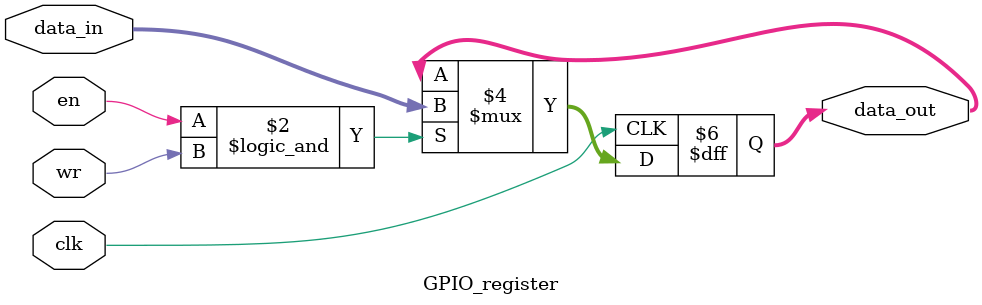
<source format=v>
module GPIO_register (
    input en,
    input clk,
    input wr,
    input [31:0] data_in,
    output reg [31:0] data_out);

reg [31:0] value;

initial
    begin
      $display("Hello, World");
    end


always @ (posedge clk) begin
    if (en && wr) begin
        data_out <= data_in;
    end
end
endmodule


</source>
